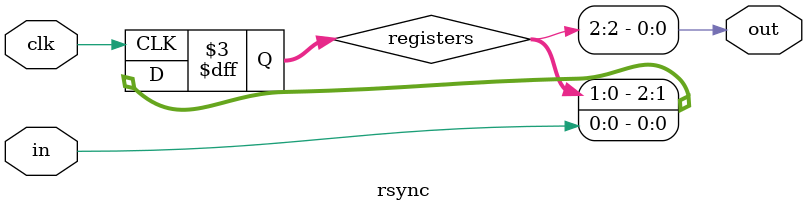
<source format=sv>
module rsync 
#(
  parameter SYNC_LEN = 3
)
(
  input   clk,     // syncronization clock
  input   in,   // level signal to be syncronized
  output  out    // syncronized signal
);
   
initial begin
  if (SYNC_LEN < 2) $error("SYNC_LEN must be greater than 1");
end

logic [SYNC_LEN - 1:0] registers;

always_ff @(posedge clk)
  registers <= { registers[SYNC_LEN - 2:0], in };

assign out = registers[SYNC_LEN - 1]; 

endmodule
</source>
